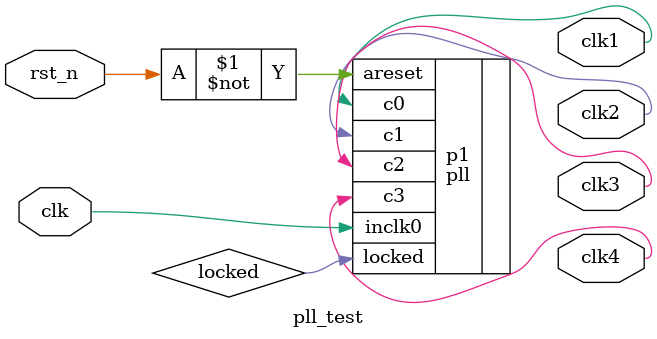
<source format=v>
module pll_test (
    input clk,
    input rst_n,
    output clk1,
    output clk2,
    output clk3,
    output clk4
);
    wire locked;
    pll p1(
        .inclk0(clk),
        .c0(clk1),
        .c1(clk2),
        .c2(clk3),
        .c3(clk4),
        .areset(~rst_n),
        .locked(locked)
        );


    
endmodule
</source>
